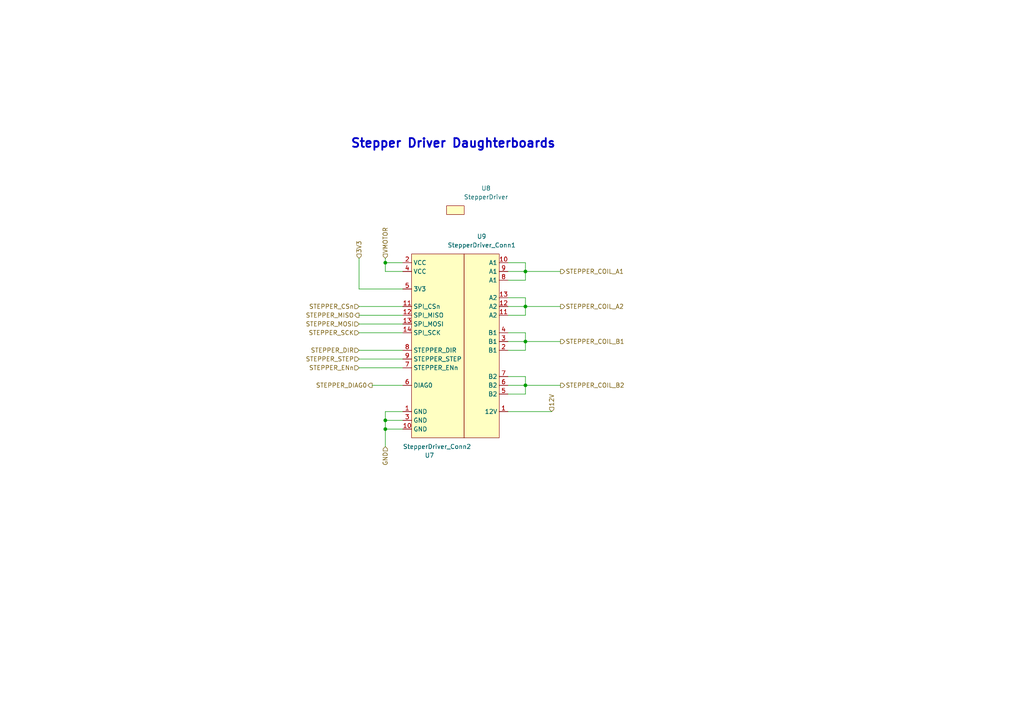
<source format=kicad_sch>
(kicad_sch (version 20211123) (generator eeschema)
  (paper "A4")
  (lib_symbols
    (symbol "QuarkCncQuadDriver:StepperDriverV3"
      (property "Reference" "U" (at 2.54 2.54 0))
      (property "Value" "StepperDriverV3" (at 2.54 -5.08 0))
      (symbol "StepperDriverV3_0_1"
        (rectangle (start 0 0) (end 5.08 -2.54) (stroke (width 0.1524)) (fill (type background)))
      )
    )
    (symbol "QuarkCncQuadDriver:StepperDriver_Conn1_V3"
      (property "Reference" "U" (at 2.54 2.54 0))
      (property "Value" "StepperDriver_Conn1_V3" (at 10.16 -55.88 0))
      (symbol "StepperDriver_Conn1_V3_0_1"
        (rectangle (start 0 0) (end 10.16 -53.34) (stroke (width 0.1524)) (fill (type background)))
      )
      (symbol "StepperDriver_Conn1_V3_1_1"
        (pin input line (at 12.7 -45.72 180) (length 2.54) (name "12V") (number "1"))
        (pin output line (at 12.7 -2.54 180) (length 2.54) (name "A1") (number "10"))
        (pin input line (at 12.7 -17.78 180) (length 2.54) (name "A2") (number "11"))
        (pin input line (at 12.7 -15.24 180) (length 2.54) (name "A2") (number "12"))
        (pin output line (at 12.7 -12.7 180) (length 2.54) (name "A2") (number "13"))
        (pin input line (at 12.7 -27.94 180) (length 2.54) (name "B1") (number "2"))
        (pin input line (at 12.7 -25.4 180) (length 2.54) (name "B1") (number "3"))
        (pin input line (at 12.7 -22.86 180) (length 2.54) (name "B1") (number "4"))
        (pin input line (at 12.7 -40.64 180) (length 2.54) (name "B2") (number "5"))
        (pin input line (at 12.7 -38.1 180) (length 2.54) (name "B2") (number "6"))
        (pin input line (at 12.7 -35.56 180) (length 2.54) (name "B2") (number "7"))
        (pin output line (at 12.7 -7.62 180) (length 2.54) (name "A1") (number "8"))
        (pin output line (at 12.7 -5.08 180) (length 2.54) (name "A1") (number "9"))
      )
    )
    (symbol "QuarkCncQuadDriver:StepperDriver_Conn2_V3"
      (property "Reference" "U" (at 2.54 2.54 0))
      (property "Value" "StepperDriver_Conn2_V3" (at 10.16 -55.88 0))
      (symbol "StepperDriver_Conn2_V3_0_1"
        (rectangle (start 0 0) (end 15.24 -53.34) (stroke (width 0.1524)) (fill (type background)))
      )
      (symbol "StepperDriver_Conn2_V3_1_1"
        (pin power_in line (at -2.54 -45.72 0) (length 2.54) (name "GND") (number "1"))
        (pin power_in line (at -2.54 -50.8 0) (length 2.54) (name "GND") (number "10"))
        (pin input line (at -2.54 -15.24 0) (length 2.54) (name "SPI_CSn") (number "11"))
        (pin input line (at -2.54 -17.78 0) (length 2.54) (name "SPI_MISO") (number "12"))
        (pin output line (at -2.54 -20.32 0) (length 2.54) (name "SPI_MOSI") (number "13"))
        (pin output line (at -2.54 -22.86 0) (length 2.54) (name "SPI_SCK") (number "14"))
        (pin power_in line (at -2.54 -2.54 0) (length 2.54) (name "VCC") (number "2"))
        (pin power_in line (at -2.54 -48.26 0) (length 2.54) (name "GND") (number "3"))
        (pin power_in line (at -2.54 -5.08 0) (length 2.54) (name "VCC") (number "4"))
        (pin power_in line (at -2.54 -10.16 0) (length 2.54) (name "3V3") (number "5"))
        (pin power_in line (at -2.54 -38.1 0) (length 2.54) (name "DIAG0") (number "6"))
        (pin input line (at -2.54 -33.02 0) (length 2.54) (name "STEPPER_ENn") (number "7"))
        (pin input line (at -2.54 -27.94 0) (length 2.54) (name "STEPPER_DIR") (number "8"))
        (pin input line (at -2.54 -30.48 0) (length 2.54) (name "STEPPER_STEP") (number "9"))
      )
    )
  )
  (junction (at 152.4 88.9))
  (junction (at 152.4 78.74))
  (junction (at 111.76 121.92))
  (junction (at 152.4 99.06))
  (junction (at 111.76 76.2))
  (junction (at 152.4 111.76))
  (junction (at 111.76 124.46))
  (wire (pts (xy 147.32 114.3) (xy 152.4 114.3)))
  (wire (pts (xy 152.4 96.52) (xy 152.4 99.06)))
  (wire (pts (xy 147.32 111.76) (xy 152.4 111.76)))
  (wire (pts (xy 160.02 119.38) (xy 147.32 119.38)))
  (wire (pts (xy 111.76 124.46) (xy 111.76 129.54)))
  (wire (pts (xy 147.32 88.9) (xy 152.4 88.9)))
  (wire (pts (xy 116.84 78.74) (xy 111.76 78.74)))
  (wire (pts (xy 107.95 111.76) (xy 116.84 111.76)))
  (wire (pts (xy 104.14 93.98) (xy 116.84 93.98)))
  (wire (pts (xy 152.4 111.76) (xy 162.56 111.76)))
  (wire (pts (xy 147.32 109.22) (xy 152.4 109.22)))
  (wire (pts (xy 104.14 74.93) (xy 104.14 83.82)))
  (wire (pts (xy 104.14 104.14) (xy 116.84 104.14)))
  (wire (pts (xy 147.32 76.2) (xy 152.4 76.2)))
  (wire (pts (xy 152.4 81.28) (xy 152.4 78.74)))
  (wire (pts (xy 147.32 101.6) (xy 152.4 101.6)))
  (wire (pts (xy 104.14 101.6) (xy 116.84 101.6)))
  (wire (pts (xy 152.4 76.2) (xy 152.4 78.74)))
  (wire (pts (xy 152.4 86.36) (xy 152.4 88.9)))
  (wire (pts (xy 104.14 88.9) (xy 116.84 88.9)))
  (wire (pts (xy 111.76 76.2) (xy 116.84 76.2)))
  (wire (pts (xy 104.14 83.82) (xy 116.84 83.82)))
  (wire (pts (xy 147.32 91.44) (xy 152.4 91.44)))
  (wire (pts (xy 111.76 121.92) (xy 111.76 124.46)))
  (wire (pts (xy 147.32 96.52) (xy 152.4 96.52)))
  (wire (pts (xy 104.14 91.44) (xy 116.84 91.44)))
  (wire (pts (xy 116.84 121.92) (xy 111.76 121.92)))
  (wire (pts (xy 152.4 114.3) (xy 152.4 111.76)))
  (wire (pts (xy 152.4 78.74) (xy 162.56 78.74)))
  (wire (pts (xy 111.76 78.74) (xy 111.76 76.2)))
  (wire (pts (xy 111.76 74.93) (xy 111.76 76.2)))
  (wire (pts (xy 104.14 96.52) (xy 116.84 96.52)))
  (wire (pts (xy 152.4 101.6) (xy 152.4 99.06)))
  (wire (pts (xy 104.14 106.68) (xy 116.84 106.68)))
  (wire (pts (xy 147.32 99.06) (xy 152.4 99.06)))
  (wire (pts (xy 147.32 86.36) (xy 152.4 86.36)))
  (wire (pts (xy 152.4 109.22) (xy 152.4 111.76)))
  (wire (pts (xy 152.4 88.9) (xy 162.56 88.9)))
  (wire (pts (xy 147.32 78.74) (xy 152.4 78.74)))
  (wire (pts (xy 152.4 99.06) (xy 162.56 99.06)))
  (wire (pts (xy 152.4 91.44) (xy 152.4 88.9)))
  (wire (pts (xy 111.76 124.46) (xy 116.84 124.46)))
  (wire (pts (xy 147.32 81.28) (xy 152.4 81.28)))
  (wire (pts (xy 116.84 119.38) (xy 111.76 119.38)))
  (wire (pts (xy 111.76 119.38) (xy 111.76 121.92)))
  (text "Stepper Driver Daughterboards" (at 101.6 43.18 0) (effects (font (size 2.54 2.54) bold) (justify left bottom)))
  (hierarchical_label "STEPPER_MOSI" (shape input) (at 104.14 93.98 180))
  (hierarchical_label "STEPPER_COIL_B1" (shape output) (at 162.56 99.06 0))
  (hierarchical_label "STEPPER_CSn" (shape input) (at 104.14 88.9 180))
  (hierarchical_label "STEPPER_STEP" (shape input) (at 104.14 104.14 180))
  (hierarchical_label "3V3" (shape input) (at 104.14 74.93 90))
  (hierarchical_label "STEPPER_MISO" (shape output) (at 104.14 91.44 180))
  (hierarchical_label "STEPPER_SCK" (shape input) (at 104.14 96.52 180))
  (hierarchical_label "12V" (shape input) (at 160.02 119.38 90))
  (hierarchical_label "GND" (shape input) (at 111.76 129.54 270))
  (hierarchical_label "STEPPER_COIL_B2" (shape output) (at 162.56 111.76 0))
  (hierarchical_label "STEPPER_DIAG0" (shape output) (at 107.95 111.76 180))
  (hierarchical_label "STEPPER_ENn" (shape input) (at 104.14 106.68 180))
  (hierarchical_label "STEPPER_DIR" (shape input) (at 104.14 101.6 180))
  (hierarchical_label "STEPPER_COIL_A1" (shape output) (at 162.56 78.74 0))
  (hierarchical_label "VMOTOR" (shape input) (at 111.76 74.93 90))
  (hierarchical_label "STEPPER_COIL_A2" (shape output) (at 162.56 88.9 0))
  (symbol (lib_id "QuarkCncQuadDriver:StepperDriver_Conn2_V3") (at 119.38 73.66 0) (unit 1)
    (property "Reference" "U7" (at 123.19 132.08 0) (effects (justify left)))
    (property "Value" "StepperDriver_Conn2" (at 116.84 129.54 0) (effects (justify left)))
    (property "Footprint" "Connector_PinSocket_2.54mm:PinSocket_1x14_P2.54mm_Vertical" (effects hide))
    (property "LCSC" "C124407" (effects hide))
  )
  (symbol (lib_id "QuarkCncQuadDriver:StepperDriverV3") (at 129.54 59.69 0) (unit 1)
    (property "Reference" "U8" (at 140.97 54.61 0))
    (property "Value" "StepperDriver" (at 140.97 57.15 0))
    (property "Footprint" "QuarkCncQuadDriver:StepperDriverV3" (effects hide))
  )
  (symbol (lib_id "QuarkCncQuadDriver:StepperDriver_Conn1_V3") (at 134.62 73.66 0) (unit 1)
    (property "Reference" "U9" (at 139.7 68.58 0))
    (property "Value" "StepperDriver_Conn1" (at 139.7 71.12 0))
    (property "Footprint" "Connector_PinSocket_2.54mm:PinSocket_1x13_P2.54mm_Vertical" (effects hide))
    (property "LCSC" "C124407" (effects hide))
  )
)
</source>
